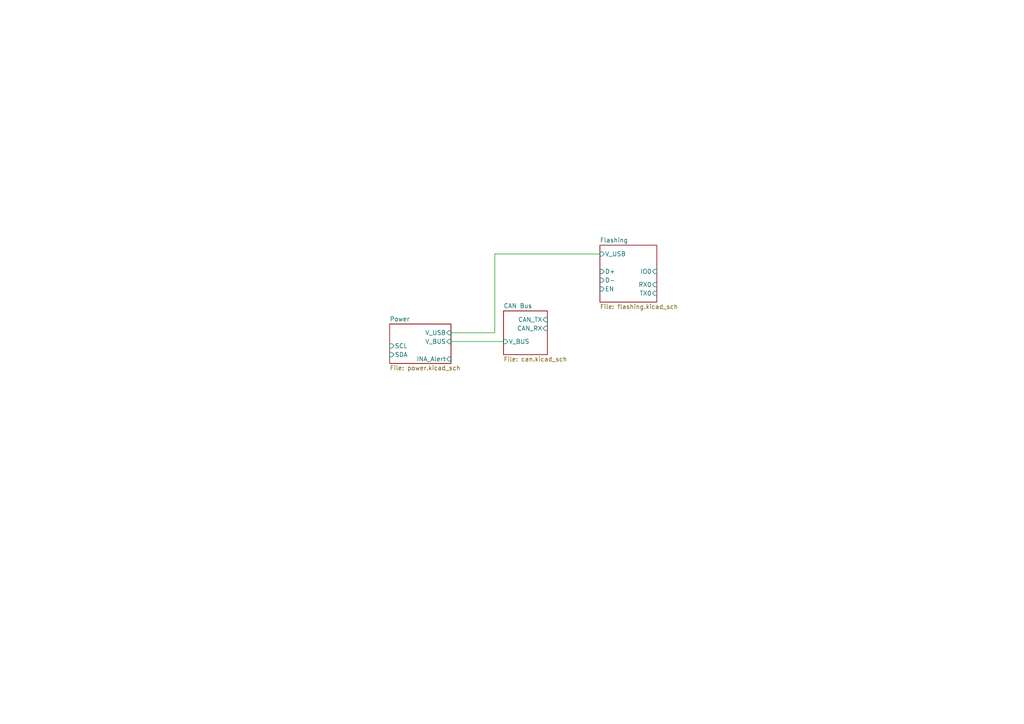
<source format=kicad_sch>
(kicad_sch
	(version 20231120)
	(generator "eeschema")
	(generator_version "8.0")
	(uuid "39f48a75-f68f-4097-a606-e64ccd1b1c62")
	(paper "A4")
	(lib_symbols)
	(wire
		(pts
			(xy 143.51 96.52) (xy 143.51 73.66)
		)
		(stroke
			(width 0)
			(type default)
		)
		(uuid "2f9269bf-8ca6-4ac8-a0bc-73762cbe966f")
	)
	(wire
		(pts
			(xy 130.81 99.06) (xy 146.05 99.06)
		)
		(stroke
			(width 0)
			(type default)
		)
		(uuid "38d7f77f-d54f-47ca-a3ee-fb80a3aa793c")
	)
	(wire
		(pts
			(xy 130.81 96.52) (xy 143.51 96.52)
		)
		(stroke
			(width 0)
			(type default)
		)
		(uuid "d6a396da-7cac-4c6e-aece-75a13401ea68")
	)
	(wire
		(pts
			(xy 143.51 73.66) (xy 173.99 73.66)
		)
		(stroke
			(width 0)
			(type default)
		)
		(uuid "f86aaa18-efb5-4149-b23c-aafb98d167b1")
	)
	(sheet
		(at 173.99 71.12)
		(size 16.51 16.51)
		(fields_autoplaced yes)
		(stroke
			(width 0.1524)
			(type solid)
		)
		(fill
			(color 0 0 0 0.0000)
		)
		(uuid "0136050f-8019-48d9-b040-8e4fea415216")
		(property "Sheetname" "Flashing"
			(at 173.99 70.4084 0)
			(effects
				(font
					(size 1.27 1.27)
				)
				(justify left bottom)
			)
		)
		(property "Sheetfile" "flashing.kicad_sch"
			(at 173.99 88.2146 0)
			(effects
				(font
					(size 1.27 1.27)
				)
				(justify left top)
			)
		)
		(pin "V_USB" input
			(at 173.99 73.66 180)
			(effects
				(font
					(size 1.27 1.27)
				)
				(justify left)
			)
			(uuid "2a141b4e-4a69-4c17-b74e-a25553908ccb")
		)
		(pin "EN" input
			(at 173.99 83.82 180)
			(effects
				(font
					(size 1.27 1.27)
				)
				(justify left)
			)
			(uuid "312af0c6-5258-486d-9e1a-6628e602f653")
		)
		(pin "RX0" input
			(at 190.5 82.55 0)
			(effects
				(font
					(size 1.27 1.27)
				)
				(justify right)
			)
			(uuid "fa796934-1be3-4f4a-b14d-a49e9b5be95b")
		)
		(pin "TX0" input
			(at 190.5 85.09 0)
			(effects
				(font
					(size 1.27 1.27)
				)
				(justify right)
			)
			(uuid "0c0efe1d-5218-494f-85f6-f732d51022a3")
		)
		(pin "IO0" input
			(at 190.5 78.74 0)
			(effects
				(font
					(size 1.27 1.27)
				)
				(justify right)
			)
			(uuid "cd774244-de8d-4736-9efd-be328f43f7ff")
		)
		(pin "D-" input
			(at 173.99 81.28 180)
			(effects
				(font
					(size 1.27 1.27)
				)
				(justify left)
			)
			(uuid "55d27bb9-c7b6-420d-bb21-bf5b7d13348a")
		)
		(pin "D+" input
			(at 173.99 78.74 180)
			(effects
				(font
					(size 1.27 1.27)
				)
				(justify left)
			)
			(uuid "bbe96957-9ef3-41ed-8a47-088ba01a6b94")
		)
		(instances
			(project "Interface Board Test"
				(path "/39f48a75-f68f-4097-a606-e64ccd1b1c62"
					(page "2")
				)
			)
		)
	)
	(sheet
		(at 146.05 90.17)
		(size 12.7 12.7)
		(fields_autoplaced yes)
		(stroke
			(width 0.1524)
			(type solid)
		)
		(fill
			(color 0 0 0 0.0000)
		)
		(uuid "927b04fb-fc58-4861-8d9c-164b850812c5")
		(property "Sheetname" "CAN Bus"
			(at 146.05 89.4584 0)
			(effects
				(font
					(size 1.27 1.27)
				)
				(justify left bottom)
			)
		)
		(property "Sheetfile" "can.kicad_sch"
			(at 146.05 103.4546 0)
			(effects
				(font
					(size 1.27 1.27)
				)
				(justify left top)
			)
		)
		(pin "CAN_RX" input
			(at 158.75 95.25 0)
			(effects
				(font
					(size 1.27 1.27)
				)
				(justify right)
			)
			(uuid "51c57141-de0f-4106-a64f-e51cc2689dfb")
		)
		(pin "CAN_TX" input
			(at 158.75 92.71 0)
			(effects
				(font
					(size 1.27 1.27)
				)
				(justify right)
			)
			(uuid "4f7f618a-2d71-45a8-a949-361aa8e37c7c")
		)
		(pin "V_BUS" input
			(at 146.05 99.06 180)
			(effects
				(font
					(size 1.27 1.27)
				)
				(justify left)
			)
			(uuid "1ade6875-0a3b-468f-8a55-3c8656711436")
		)
		(instances
			(project "Interface Board Test"
				(path "/39f48a75-f68f-4097-a606-e64ccd1b1c62"
					(page "3")
				)
			)
		)
	)
	(sheet
		(at 113.03 93.98)
		(size 17.78 11.43)
		(fields_autoplaced yes)
		(stroke
			(width 0.1524)
			(type solid)
		)
		(fill
			(color 0 0 0 0.0000)
		)
		(uuid "c8e5cc04-fb7f-4fd4-a90c-7c3d9bf3ea03")
		(property "Sheetname" "Power"
			(at 113.03 93.2684 0)
			(effects
				(font
					(size 1.27 1.27)
				)
				(justify left bottom)
			)
		)
		(property "Sheetfile" "power.kicad_sch"
			(at 113.03 105.9946 0)
			(effects
				(font
					(size 1.27 1.27)
				)
				(justify left top)
			)
		)
		(pin "SDA" input
			(at 113.03 102.87 180)
			(effects
				(font
					(size 1.27 1.27)
				)
				(justify left)
			)
			(uuid "33badf55-8403-4cfe-9c46-ab5a24fc9fc8")
		)
		(pin "INA_Alert" input
			(at 130.81 104.14 0)
			(effects
				(font
					(size 1.27 1.27)
				)
				(justify right)
			)
			(uuid "bf6fcccc-8fc1-46bf-aa6a-29c3d439ee10")
		)
		(pin "V_USB" input
			(at 130.81 96.52 0)
			(effects
				(font
					(size 1.27 1.27)
				)
				(justify right)
			)
			(uuid "94cfbe25-a22d-472f-9473-75b869a5bd1c")
		)
		(pin "SCL" input
			(at 113.03 100.33 180)
			(effects
				(font
					(size 1.27 1.27)
				)
				(justify left)
			)
			(uuid "2e8f6142-0257-4e9e-b6f7-d1c1bc79eba5")
		)
		(pin "V_BUS" input
			(at 130.81 99.06 0)
			(effects
				(font
					(size 1.27 1.27)
				)
				(justify right)
			)
			(uuid "55d86286-fd0b-4123-9ad8-1d1375b81b79")
		)
		(instances
			(project "Interface Board Test"
				(path "/39f48a75-f68f-4097-a606-e64ccd1b1c62"
					(page "4")
				)
			)
		)
	)
	(sheet_instances
		(path "/"
			(page "1")
		)
	)
)

</source>
